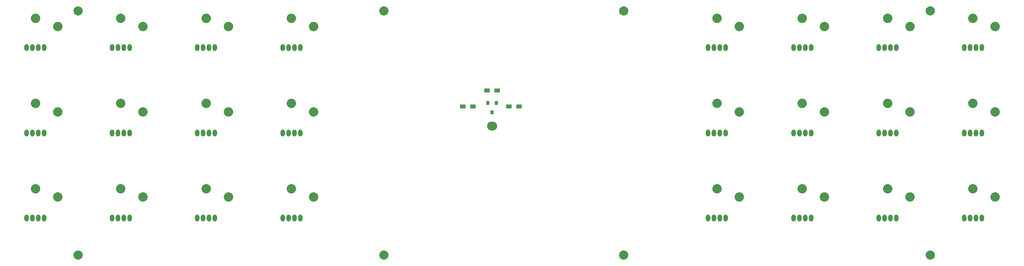
<source format=gbs>
G04 #@! TF.FileFunction,Soldermask,Bot*
%FSLAX46Y46*%
G04 Gerber Fmt 4.6, Leading zero omitted, Abs format (unit mm)*
G04 Created by KiCad (PCBNEW 4.0.7) date 09/25/20 21:30:28*
%MOMM*%
%LPD*%
G01*
G04 APERTURE LIST*
%ADD10C,0.200000*%
%ADD11C,0.150000*%
%ADD12R,1.200000X0.900000*%
%ADD13O,1.000000X1.500000*%
%ADD14C,2.000000*%
%ADD15R,0.800000X0.900000*%
%ADD16C,2.032000*%
G04 APERTURE END LIST*
D10*
D11*
X166623000Y-115611000D02*
X166877000Y-115611000D01*
X166623000Y-117389000D02*
X166877000Y-117389000D01*
X166750000Y-115611000D02*
X166750000Y-117389000D01*
X167639000Y-116182500D02*
X167639000Y-116881000D01*
X167385000Y-117198500D02*
X167385000Y-115801500D01*
X167258000Y-115738000D02*
X167258000Y-117262000D01*
X167131000Y-117325500D02*
X167131000Y-115674500D01*
X167004000Y-115674500D02*
X167004000Y-117325500D01*
X166877000Y-117389000D02*
X166877000Y-115611000D01*
X166877000Y-115611000D02*
G75*
G02X167766000Y-116500000I0J-889000D01*
G01*
X167766000Y-116500000D02*
G75*
G02X166877000Y-117389000I-889000J0D01*
G01*
X165861000Y-116881000D02*
X165861000Y-116119000D01*
X166115000Y-115801500D02*
X166115000Y-117198500D01*
X166242000Y-117262000D02*
X166242000Y-115738000D01*
X166369000Y-115674500D02*
X166369000Y-117325500D01*
X166496000Y-117325500D02*
X166496000Y-115674500D01*
X166623000Y-117389000D02*
X166623000Y-115611000D01*
X165734000Y-116500000D02*
G75*
G02X166623000Y-115611000I889000J0D01*
G01*
X166623000Y-117389000D02*
G75*
G02X165734000Y-116500000I0J889000D01*
G01*
D12*
X172600000Y-112250000D03*
X170400000Y-112250000D03*
D13*
X272905000Y-136500000D03*
X271635000Y-136500000D03*
X270365000Y-136500000D03*
X269095000Y-136500000D03*
X254405000Y-136500000D03*
X253135000Y-136500000D03*
X251865000Y-136500000D03*
X250595000Y-136500000D03*
X235905000Y-136500000D03*
X234635000Y-136500000D03*
X233365000Y-136500000D03*
X232095000Y-136500000D03*
X217405000Y-136500000D03*
X216135000Y-136500000D03*
X214865000Y-136500000D03*
X213595000Y-136500000D03*
X272905000Y-118000000D03*
X271635000Y-118000000D03*
X270365000Y-118000000D03*
X269095000Y-118000000D03*
X254405000Y-118000000D03*
X253135000Y-118000000D03*
X251865000Y-118000000D03*
X250595000Y-118000000D03*
X235905000Y-118000000D03*
X234635000Y-118000000D03*
X233365000Y-118000000D03*
X232095000Y-118000000D03*
X217405000Y-118000000D03*
X216135000Y-118000000D03*
X214865000Y-118000000D03*
X213595000Y-118000000D03*
X272905000Y-99500000D03*
X271635000Y-99500000D03*
X270365000Y-99500000D03*
X269095000Y-99500000D03*
X254405000Y-99500000D03*
X253135000Y-99500000D03*
X251865000Y-99500000D03*
X250595000Y-99500000D03*
X235905000Y-99500000D03*
X234635000Y-99500000D03*
X233365000Y-99500000D03*
X232095000Y-99500000D03*
X217405000Y-99500000D03*
X216135000Y-99500000D03*
X214865000Y-99500000D03*
X213595000Y-99500000D03*
X69655000Y-99500000D03*
X68385000Y-99500000D03*
X67115000Y-99500000D03*
X65845000Y-99500000D03*
X88155000Y-99500000D03*
X86885000Y-99500000D03*
X85615000Y-99500000D03*
X84345000Y-99500000D03*
X106655000Y-99500000D03*
X105385000Y-99500000D03*
X104115000Y-99500000D03*
X102845000Y-99500000D03*
X125155000Y-99500000D03*
X123885000Y-99500000D03*
X122615000Y-99500000D03*
X121345000Y-99500000D03*
X69655000Y-118000000D03*
X68385000Y-118000000D03*
X67115000Y-118000000D03*
X65845000Y-118000000D03*
X88155000Y-118000000D03*
X86885000Y-118000000D03*
X85615000Y-118000000D03*
X84345000Y-118000000D03*
X106655000Y-118000000D03*
X105385000Y-118000000D03*
X104115000Y-118000000D03*
X102845000Y-118000000D03*
X125155000Y-118000000D03*
X123885000Y-118000000D03*
X122615000Y-118000000D03*
X121345000Y-118000000D03*
X69655000Y-136500000D03*
X68385000Y-136500000D03*
X67115000Y-136500000D03*
X65845000Y-136500000D03*
X88155000Y-136500000D03*
X86885000Y-136500000D03*
X85615000Y-136500000D03*
X84345000Y-136500000D03*
X106655000Y-136500000D03*
X105385000Y-136500000D03*
X104115000Y-136500000D03*
X102845000Y-136500000D03*
X125155000Y-136500000D03*
X123885000Y-136500000D03*
X122615000Y-136500000D03*
X121345000Y-136500000D03*
D10*
G36*
X166650000Y-115850000D02*
X166650000Y-117150000D01*
X165850000Y-117050000D01*
X165850000Y-115950000D01*
X166650000Y-115850000D01*
X166650000Y-115850000D01*
G37*
G36*
X166850000Y-117150000D02*
X166850000Y-115850000D01*
X167650000Y-115950000D01*
X167650000Y-117050000D01*
X166850000Y-117150000D01*
X166850000Y-117150000D01*
G37*
D14*
X77000000Y-144500000D03*
X77000000Y-91500000D03*
X261750000Y-91500000D03*
X261750000Y-144500000D03*
X143250000Y-144500000D03*
X195250000Y-144500000D03*
X143250000Y-91500000D03*
X195250000Y-91500000D03*
D15*
X165800000Y-111500000D03*
X167700000Y-111500000D03*
X166750000Y-113500000D03*
D12*
X165650000Y-108750000D03*
X167850000Y-108750000D03*
X160400000Y-112250000D03*
X162600000Y-112250000D03*
D16*
X72550000Y-94900000D03*
X67750000Y-93100000D03*
X220300000Y-94900000D03*
X215500000Y-93100000D03*
X238800000Y-94900000D03*
X234000000Y-93100000D03*
X257300000Y-94900000D03*
X252500000Y-93100000D03*
X275800000Y-94900000D03*
X271000000Y-93100000D03*
X220300000Y-113400000D03*
X215500000Y-111600000D03*
X238800000Y-113400000D03*
X234000000Y-111600000D03*
X257300000Y-113400000D03*
X252500000Y-111600000D03*
X275800000Y-113400000D03*
X271000000Y-111600000D03*
X220300000Y-131900000D03*
X215500000Y-130100000D03*
X238800000Y-131900000D03*
X234000000Y-130100000D03*
X257300000Y-131900000D03*
X252500000Y-130100000D03*
X275800000Y-131900000D03*
X271000000Y-130100000D03*
X91050000Y-94900000D03*
X86250000Y-93100000D03*
X109550000Y-94900000D03*
X104750000Y-93100000D03*
X128050000Y-94900000D03*
X123250000Y-93100000D03*
X72550000Y-113400000D03*
X67750000Y-111600000D03*
X91050000Y-113400000D03*
X86250000Y-111600000D03*
X109550000Y-113400000D03*
X104750000Y-111600000D03*
X128050000Y-113400000D03*
X123250000Y-111600000D03*
X72550000Y-131900000D03*
X67750000Y-130100000D03*
X91050000Y-131900000D03*
X86250000Y-130100000D03*
X109550000Y-131900000D03*
X104750000Y-130100000D03*
X128050000Y-131900000D03*
X123250000Y-130100000D03*
M02*

</source>
